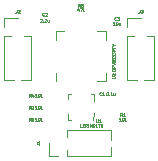
<source format=gto>
%TF.GenerationSoftware,KiCad,Pcbnew,(6.0.9)*%
%TF.CreationDate,2023-01-19T16:03:38-06:00*%
%TF.ProjectId,LIS3MDL_DRV8833_Board,4c495333-4d44-44c5-9f44-525638383333,rev?*%
%TF.SameCoordinates,Original*%
%TF.FileFunction,Legend,Top*%
%TF.FilePolarity,Positive*%
%FSLAX46Y46*%
G04 Gerber Fmt 4.6, Leading zero omitted, Abs format (unit mm)*
G04 Created by KiCad (PCBNEW (6.0.9)) date 2023-01-19 16:03:38*
%MOMM*%
%LPD*%
G01*
G04 APERTURE LIST*
%ADD10C,0.050000*%
%ADD11C,0.120000*%
%ADD12C,0.100000*%
G04 APERTURE END LIST*
D10*
%TO.C,C2*%
X103082333Y-106769285D02*
X103070428Y-106781190D01*
X103034714Y-106793095D01*
X103010904Y-106793095D01*
X102975190Y-106781190D01*
X102951380Y-106757380D01*
X102939476Y-106733571D01*
X102927571Y-106685952D01*
X102927571Y-106650238D01*
X102939476Y-106602619D01*
X102951380Y-106578809D01*
X102975190Y-106555000D01*
X103010904Y-106543095D01*
X103034714Y-106543095D01*
X103070428Y-106555000D01*
X103082333Y-106566904D01*
X103177571Y-106566904D02*
X103189476Y-106555000D01*
X103213285Y-106543095D01*
X103272809Y-106543095D01*
X103296619Y-106555000D01*
X103308523Y-106566904D01*
X103320428Y-106590714D01*
X103320428Y-106614523D01*
X103308523Y-106650238D01*
X103165666Y-106793095D01*
X103320428Y-106793095D01*
X102760904Y-107074904D02*
X102772809Y-107063000D01*
X102796619Y-107051095D01*
X102856142Y-107051095D01*
X102879952Y-107063000D01*
X102891857Y-107074904D01*
X102903761Y-107098714D01*
X102903761Y-107122523D01*
X102891857Y-107158238D01*
X102749000Y-107301095D01*
X102903761Y-107301095D01*
X103010904Y-107277285D02*
X103022809Y-107289190D01*
X103010904Y-107301095D01*
X102999000Y-107289190D01*
X103010904Y-107277285D01*
X103010904Y-107301095D01*
X103118047Y-107074904D02*
X103129952Y-107063000D01*
X103153761Y-107051095D01*
X103213285Y-107051095D01*
X103237095Y-107063000D01*
X103249000Y-107074904D01*
X103260904Y-107098714D01*
X103260904Y-107122523D01*
X103249000Y-107158238D01*
X103106142Y-107301095D01*
X103260904Y-107301095D01*
X103475190Y-107134428D02*
X103475190Y-107301095D01*
X103368047Y-107134428D02*
X103368047Y-107265380D01*
X103379952Y-107289190D01*
X103403761Y-107301095D01*
X103439476Y-107301095D01*
X103463285Y-107289190D01*
X103475190Y-107277285D01*
%TO.C,J2*%
X100754666Y-106289095D02*
X100754666Y-106467666D01*
X100742761Y-106503380D01*
X100718952Y-106527190D01*
X100683238Y-106539095D01*
X100659428Y-106539095D01*
X100861809Y-106312904D02*
X100873714Y-106301000D01*
X100897523Y-106289095D01*
X100957047Y-106289095D01*
X100980857Y-106301000D01*
X100992761Y-106312904D01*
X101004666Y-106336714D01*
X101004666Y-106360523D01*
X100992761Y-106396238D01*
X100849904Y-106539095D01*
X101004666Y-106539095D01*
%TO.C,R1*%
X109686333Y-115302095D02*
X109603000Y-115183047D01*
X109543476Y-115302095D02*
X109543476Y-115052095D01*
X109638714Y-115052095D01*
X109662523Y-115064000D01*
X109674428Y-115075904D01*
X109686333Y-115099714D01*
X109686333Y-115135428D01*
X109674428Y-115159238D01*
X109662523Y-115171142D01*
X109638714Y-115183047D01*
X109543476Y-115183047D01*
X109924428Y-115302095D02*
X109781571Y-115302095D01*
X109853000Y-115302095D02*
X109853000Y-115052095D01*
X109829190Y-115087809D01*
X109805380Y-115111619D01*
X109781571Y-115123523D01*
X109579190Y-115683095D02*
X109436333Y-115683095D01*
X109507761Y-115683095D02*
X109507761Y-115433095D01*
X109483952Y-115468809D01*
X109460142Y-115492619D01*
X109436333Y-115504523D01*
X109733952Y-115433095D02*
X109757761Y-115433095D01*
X109781571Y-115445000D01*
X109793476Y-115456904D01*
X109805380Y-115480714D01*
X109817285Y-115528333D01*
X109817285Y-115587857D01*
X109805380Y-115635476D01*
X109793476Y-115659285D01*
X109781571Y-115671190D01*
X109757761Y-115683095D01*
X109733952Y-115683095D01*
X109710142Y-115671190D01*
X109698238Y-115659285D01*
X109686333Y-115635476D01*
X109674428Y-115587857D01*
X109674428Y-115528333D01*
X109686333Y-115480714D01*
X109698238Y-115456904D01*
X109710142Y-115445000D01*
X109733952Y-115433095D01*
X109924428Y-115683095D02*
X109924428Y-115433095D01*
X109948238Y-115587857D02*
X110019666Y-115683095D01*
X110019666Y-115516428D02*
X109924428Y-115611666D01*
%TO.C,J3*%
X111168666Y-106289095D02*
X111168666Y-106467666D01*
X111156761Y-106503380D01*
X111132952Y-106527190D01*
X111097238Y-106539095D01*
X111073428Y-106539095D01*
X111263904Y-106289095D02*
X111418666Y-106289095D01*
X111335333Y-106384333D01*
X111371047Y-106384333D01*
X111394857Y-106396238D01*
X111406761Y-106408142D01*
X111418666Y-106431952D01*
X111418666Y-106491476D01*
X111406761Y-106515285D01*
X111394857Y-106527190D01*
X111371047Y-106539095D01*
X111299619Y-106539095D01*
X111275809Y-106527190D01*
X111263904Y-106515285D01*
%TO.C,U2*%
X108829095Y-112077476D02*
X109031476Y-112077476D01*
X109055285Y-112065571D01*
X109067190Y-112053666D01*
X109079095Y-112029857D01*
X109079095Y-111982238D01*
X109067190Y-111958428D01*
X109055285Y-111946523D01*
X109031476Y-111934619D01*
X108829095Y-111934619D01*
X108852904Y-111827476D02*
X108841000Y-111815571D01*
X108829095Y-111791761D01*
X108829095Y-111732238D01*
X108841000Y-111708428D01*
X108852904Y-111696523D01*
X108876714Y-111684619D01*
X108900523Y-111684619D01*
X108936238Y-111696523D01*
X109079095Y-111839380D01*
X109079095Y-111684619D01*
X109079095Y-111464190D02*
X108829095Y-111464190D01*
X108829095Y-111404666D01*
X108841000Y-111368952D01*
X108864809Y-111345142D01*
X108888619Y-111333238D01*
X108936238Y-111321333D01*
X108971952Y-111321333D01*
X109019571Y-111333238D01*
X109043380Y-111345142D01*
X109067190Y-111368952D01*
X109079095Y-111404666D01*
X109079095Y-111464190D01*
X109079095Y-111071333D02*
X108960047Y-111154666D01*
X109079095Y-111214190D02*
X108829095Y-111214190D01*
X108829095Y-111118952D01*
X108841000Y-111095142D01*
X108852904Y-111083238D01*
X108876714Y-111071333D01*
X108912428Y-111071333D01*
X108936238Y-111083238D01*
X108948142Y-111095142D01*
X108960047Y-111118952D01*
X108960047Y-111214190D01*
X108829095Y-110999904D02*
X109079095Y-110916571D01*
X108829095Y-110833238D01*
X108936238Y-110714190D02*
X108924333Y-110738000D01*
X108912428Y-110749904D01*
X108888619Y-110761809D01*
X108876714Y-110761809D01*
X108852904Y-110749904D01*
X108841000Y-110738000D01*
X108829095Y-110714190D01*
X108829095Y-110666571D01*
X108841000Y-110642761D01*
X108852904Y-110630857D01*
X108876714Y-110618952D01*
X108888619Y-110618952D01*
X108912428Y-110630857D01*
X108924333Y-110642761D01*
X108936238Y-110666571D01*
X108936238Y-110714190D01*
X108948142Y-110738000D01*
X108960047Y-110749904D01*
X108983857Y-110761809D01*
X109031476Y-110761809D01*
X109055285Y-110749904D01*
X109067190Y-110738000D01*
X109079095Y-110714190D01*
X109079095Y-110666571D01*
X109067190Y-110642761D01*
X109055285Y-110630857D01*
X109031476Y-110618952D01*
X108983857Y-110618952D01*
X108960047Y-110630857D01*
X108948142Y-110642761D01*
X108936238Y-110666571D01*
X108936238Y-110476095D02*
X108924333Y-110499904D01*
X108912428Y-110511809D01*
X108888619Y-110523714D01*
X108876714Y-110523714D01*
X108852904Y-110511809D01*
X108841000Y-110499904D01*
X108829095Y-110476095D01*
X108829095Y-110428476D01*
X108841000Y-110404666D01*
X108852904Y-110392761D01*
X108876714Y-110380857D01*
X108888619Y-110380857D01*
X108912428Y-110392761D01*
X108924333Y-110404666D01*
X108936238Y-110428476D01*
X108936238Y-110476095D01*
X108948142Y-110499904D01*
X108960047Y-110511809D01*
X108983857Y-110523714D01*
X109031476Y-110523714D01*
X109055285Y-110511809D01*
X109067190Y-110499904D01*
X109079095Y-110476095D01*
X109079095Y-110428476D01*
X109067190Y-110404666D01*
X109055285Y-110392761D01*
X109031476Y-110380857D01*
X108983857Y-110380857D01*
X108960047Y-110392761D01*
X108948142Y-110404666D01*
X108936238Y-110428476D01*
X108829095Y-110297523D02*
X108829095Y-110142761D01*
X108924333Y-110226095D01*
X108924333Y-110190380D01*
X108936238Y-110166571D01*
X108948142Y-110154666D01*
X108971952Y-110142761D01*
X109031476Y-110142761D01*
X109055285Y-110154666D01*
X109067190Y-110166571D01*
X109079095Y-110190380D01*
X109079095Y-110261809D01*
X109067190Y-110285619D01*
X109055285Y-110297523D01*
X108829095Y-110059428D02*
X108829095Y-109904666D01*
X108924333Y-109988000D01*
X108924333Y-109952285D01*
X108936238Y-109928476D01*
X108948142Y-109916571D01*
X108971952Y-109904666D01*
X109031476Y-109904666D01*
X109055285Y-109916571D01*
X109067190Y-109928476D01*
X109079095Y-109952285D01*
X109079095Y-110023714D01*
X109067190Y-110047523D01*
X109055285Y-110059428D01*
X109079095Y-109654666D02*
X108960047Y-109738000D01*
X109079095Y-109797523D02*
X108829095Y-109797523D01*
X108829095Y-109702285D01*
X108841000Y-109678476D01*
X108852904Y-109666571D01*
X108876714Y-109654666D01*
X108912428Y-109654666D01*
X108936238Y-109666571D01*
X108948142Y-109678476D01*
X108960047Y-109702285D01*
X108960047Y-109797523D01*
X108829095Y-109583238D02*
X108829095Y-109440380D01*
X109079095Y-109511809D02*
X108829095Y-109511809D01*
X108960047Y-109309428D02*
X109079095Y-109309428D01*
X108829095Y-109392761D02*
X108960047Y-109309428D01*
X108829095Y-109226095D01*
%TO.C,C1*%
X107908333Y-113500285D02*
X107896428Y-113512190D01*
X107860714Y-113524095D01*
X107836904Y-113524095D01*
X107801190Y-113512190D01*
X107777380Y-113488380D01*
X107765476Y-113464571D01*
X107753571Y-113416952D01*
X107753571Y-113381238D01*
X107765476Y-113333619D01*
X107777380Y-113309809D01*
X107801190Y-113286000D01*
X107836904Y-113274095D01*
X107860714Y-113274095D01*
X107896428Y-113286000D01*
X107908333Y-113297904D01*
X108146428Y-113524095D02*
X108003571Y-113524095D01*
X108075000Y-113524095D02*
X108075000Y-113274095D01*
X108051190Y-113309809D01*
X108027380Y-113333619D01*
X108003571Y-113345523D01*
X108408428Y-113274095D02*
X108432238Y-113274095D01*
X108456047Y-113286000D01*
X108467952Y-113297904D01*
X108479857Y-113321714D01*
X108491761Y-113369333D01*
X108491761Y-113428857D01*
X108479857Y-113476476D01*
X108467952Y-113500285D01*
X108456047Y-113512190D01*
X108432238Y-113524095D01*
X108408428Y-113524095D01*
X108384619Y-113512190D01*
X108372714Y-113500285D01*
X108360809Y-113476476D01*
X108348904Y-113428857D01*
X108348904Y-113369333D01*
X108360809Y-113321714D01*
X108372714Y-113297904D01*
X108384619Y-113286000D01*
X108408428Y-113274095D01*
X108598904Y-113500285D02*
X108610809Y-113512190D01*
X108598904Y-113524095D01*
X108587000Y-113512190D01*
X108598904Y-113500285D01*
X108598904Y-113524095D01*
X108848904Y-113524095D02*
X108706047Y-113524095D01*
X108777476Y-113524095D02*
X108777476Y-113274095D01*
X108753666Y-113309809D01*
X108729857Y-113333619D01*
X108706047Y-113345523D01*
X109063190Y-113357428D02*
X109063190Y-113524095D01*
X108956047Y-113357428D02*
X108956047Y-113488380D01*
X108967952Y-113512190D01*
X108991761Y-113524095D01*
X109027476Y-113524095D01*
X109051285Y-113512190D01*
X109063190Y-113500285D01*
%TO.C,R2*%
X101939333Y-114667095D02*
X101856000Y-114548047D01*
X101796476Y-114667095D02*
X101796476Y-114417095D01*
X101891714Y-114417095D01*
X101915523Y-114429000D01*
X101927428Y-114440904D01*
X101939333Y-114464714D01*
X101939333Y-114500428D01*
X101927428Y-114524238D01*
X101915523Y-114536142D01*
X101891714Y-114548047D01*
X101796476Y-114548047D01*
X102034571Y-114440904D02*
X102046476Y-114429000D01*
X102070285Y-114417095D01*
X102129809Y-114417095D01*
X102153619Y-114429000D01*
X102165523Y-114440904D01*
X102177428Y-114464714D01*
X102177428Y-114488523D01*
X102165523Y-114524238D01*
X102022666Y-114667095D01*
X102177428Y-114667095D01*
X102467190Y-114667095D02*
X102324333Y-114667095D01*
X102395761Y-114667095D02*
X102395761Y-114417095D01*
X102371952Y-114452809D01*
X102348142Y-114476619D01*
X102324333Y-114488523D01*
X102621952Y-114417095D02*
X102645761Y-114417095D01*
X102669571Y-114429000D01*
X102681476Y-114440904D01*
X102693380Y-114464714D01*
X102705285Y-114512333D01*
X102705285Y-114571857D01*
X102693380Y-114619476D01*
X102681476Y-114643285D01*
X102669571Y-114655190D01*
X102645761Y-114667095D01*
X102621952Y-114667095D01*
X102598142Y-114655190D01*
X102586238Y-114643285D01*
X102574333Y-114619476D01*
X102562428Y-114571857D01*
X102562428Y-114512333D01*
X102574333Y-114464714D01*
X102586238Y-114440904D01*
X102598142Y-114429000D01*
X102621952Y-114417095D01*
X102812428Y-114667095D02*
X102812428Y-114417095D01*
X102836238Y-114571857D02*
X102907666Y-114667095D01*
X102907666Y-114500428D02*
X102812428Y-114595666D01*
%TO.C,R4*%
X101939333Y-113651095D02*
X101856000Y-113532047D01*
X101796476Y-113651095D02*
X101796476Y-113401095D01*
X101891714Y-113401095D01*
X101915523Y-113413000D01*
X101927428Y-113424904D01*
X101939333Y-113448714D01*
X101939333Y-113484428D01*
X101927428Y-113508238D01*
X101915523Y-113520142D01*
X101891714Y-113532047D01*
X101796476Y-113532047D01*
X102153619Y-113484428D02*
X102153619Y-113651095D01*
X102094095Y-113389190D02*
X102034571Y-113567761D01*
X102189333Y-113567761D01*
X102467190Y-113651095D02*
X102324333Y-113651095D01*
X102395761Y-113651095D02*
X102395761Y-113401095D01*
X102371952Y-113436809D01*
X102348142Y-113460619D01*
X102324333Y-113472523D01*
X102621952Y-113401095D02*
X102645761Y-113401095D01*
X102669571Y-113413000D01*
X102681476Y-113424904D01*
X102693380Y-113448714D01*
X102705285Y-113496333D01*
X102705285Y-113555857D01*
X102693380Y-113603476D01*
X102681476Y-113627285D01*
X102669571Y-113639190D01*
X102645761Y-113651095D01*
X102621952Y-113651095D01*
X102598142Y-113639190D01*
X102586238Y-113627285D01*
X102574333Y-113603476D01*
X102562428Y-113555857D01*
X102562428Y-113496333D01*
X102574333Y-113448714D01*
X102586238Y-113424904D01*
X102598142Y-113413000D01*
X102621952Y-113401095D01*
X102812428Y-113651095D02*
X102812428Y-113401095D01*
X102836238Y-113555857D02*
X102907666Y-113651095D01*
X102907666Y-113484428D02*
X102812428Y-113579666D01*
%TO.C,J1*%
X102440095Y-117685333D02*
X102618666Y-117685333D01*
X102654380Y-117697238D01*
X102678190Y-117721047D01*
X102690095Y-117756761D01*
X102690095Y-117780571D01*
X102690095Y-117435333D02*
X102690095Y-117578190D01*
X102690095Y-117506761D02*
X102440095Y-117506761D01*
X102475809Y-117530571D01*
X102499619Y-117554380D01*
X102511523Y-117578190D01*
%TO.C,R3*%
X101939333Y-115683095D02*
X101856000Y-115564047D01*
X101796476Y-115683095D02*
X101796476Y-115433095D01*
X101891714Y-115433095D01*
X101915523Y-115445000D01*
X101927428Y-115456904D01*
X101939333Y-115480714D01*
X101939333Y-115516428D01*
X101927428Y-115540238D01*
X101915523Y-115552142D01*
X101891714Y-115564047D01*
X101796476Y-115564047D01*
X102022666Y-115433095D02*
X102177428Y-115433095D01*
X102094095Y-115528333D01*
X102129809Y-115528333D01*
X102153619Y-115540238D01*
X102165523Y-115552142D01*
X102177428Y-115575952D01*
X102177428Y-115635476D01*
X102165523Y-115659285D01*
X102153619Y-115671190D01*
X102129809Y-115683095D01*
X102058380Y-115683095D01*
X102034571Y-115671190D01*
X102022666Y-115659285D01*
X102467190Y-115683095D02*
X102324333Y-115683095D01*
X102395761Y-115683095D02*
X102395761Y-115433095D01*
X102371952Y-115468809D01*
X102348142Y-115492619D01*
X102324333Y-115504523D01*
X102621952Y-115433095D02*
X102645761Y-115433095D01*
X102669571Y-115445000D01*
X102681476Y-115456904D01*
X102693380Y-115480714D01*
X102705285Y-115528333D01*
X102705285Y-115587857D01*
X102693380Y-115635476D01*
X102681476Y-115659285D01*
X102669571Y-115671190D01*
X102645761Y-115683095D01*
X102621952Y-115683095D01*
X102598142Y-115671190D01*
X102586238Y-115659285D01*
X102574333Y-115635476D01*
X102562428Y-115587857D01*
X102562428Y-115528333D01*
X102574333Y-115480714D01*
X102586238Y-115456904D01*
X102598142Y-115445000D01*
X102621952Y-115433095D01*
X102812428Y-115683095D02*
X102812428Y-115433095D01*
X102836238Y-115587857D02*
X102907666Y-115683095D01*
X102907666Y-115516428D02*
X102812428Y-115611666D01*
%TO.C,R5*%
X106130333Y-106031095D02*
X106047000Y-105912047D01*
X105987476Y-106031095D02*
X105987476Y-105781095D01*
X106082714Y-105781095D01*
X106106523Y-105793000D01*
X106118428Y-105804904D01*
X106130333Y-105828714D01*
X106130333Y-105864428D01*
X106118428Y-105888238D01*
X106106523Y-105900142D01*
X106082714Y-105912047D01*
X105987476Y-105912047D01*
X106356523Y-105781095D02*
X106237476Y-105781095D01*
X106225571Y-105900142D01*
X106237476Y-105888238D01*
X106261285Y-105876333D01*
X106320809Y-105876333D01*
X106344619Y-105888238D01*
X106356523Y-105900142D01*
X106368428Y-105923952D01*
X106368428Y-105983476D01*
X106356523Y-106007285D01*
X106344619Y-106019190D01*
X106320809Y-106031095D01*
X106261285Y-106031095D01*
X106237476Y-106019190D01*
X106225571Y-106007285D01*
X105999380Y-106245428D02*
X105999380Y-106412095D01*
X105939857Y-106150190D02*
X105880333Y-106328761D01*
X106035095Y-106328761D01*
X106106523Y-106162095D02*
X106273190Y-106162095D01*
X106166047Y-106412095D01*
X106368428Y-106412095D02*
X106368428Y-106162095D01*
X106392238Y-106316857D02*
X106463666Y-106412095D01*
X106463666Y-106245428D02*
X106368428Y-106340666D01*
%TO.C,C3*%
X109178333Y-107150285D02*
X109166428Y-107162190D01*
X109130714Y-107174095D01*
X109106904Y-107174095D01*
X109071190Y-107162190D01*
X109047380Y-107138380D01*
X109035476Y-107114571D01*
X109023571Y-107066952D01*
X109023571Y-107031238D01*
X109035476Y-106983619D01*
X109047380Y-106959809D01*
X109071190Y-106936000D01*
X109106904Y-106924095D01*
X109130714Y-106924095D01*
X109166428Y-106936000D01*
X109178333Y-106947904D01*
X109261666Y-106924095D02*
X109416428Y-106924095D01*
X109333095Y-107019333D01*
X109368809Y-107019333D01*
X109392619Y-107031238D01*
X109404523Y-107043142D01*
X109416428Y-107066952D01*
X109416428Y-107126476D01*
X109404523Y-107150285D01*
X109392619Y-107162190D01*
X109368809Y-107174095D01*
X109297380Y-107174095D01*
X109273571Y-107162190D01*
X109261666Y-107150285D01*
X109059285Y-107555095D02*
X108916428Y-107555095D01*
X108987857Y-107555095D02*
X108987857Y-107305095D01*
X108964047Y-107340809D01*
X108940238Y-107364619D01*
X108916428Y-107376523D01*
X109214047Y-107305095D02*
X109237857Y-107305095D01*
X109261666Y-107317000D01*
X109273571Y-107328904D01*
X109285476Y-107352714D01*
X109297380Y-107400333D01*
X109297380Y-107459857D01*
X109285476Y-107507476D01*
X109273571Y-107531285D01*
X109261666Y-107543190D01*
X109237857Y-107555095D01*
X109214047Y-107555095D01*
X109190238Y-107543190D01*
X109178333Y-107531285D01*
X109166428Y-107507476D01*
X109154523Y-107459857D01*
X109154523Y-107400333D01*
X109166428Y-107352714D01*
X109178333Y-107328904D01*
X109190238Y-107317000D01*
X109214047Y-107305095D01*
X109404523Y-107388428D02*
X109404523Y-107555095D01*
X109404523Y-107412238D02*
X109416428Y-107400333D01*
X109440238Y-107388428D01*
X109475952Y-107388428D01*
X109499761Y-107400333D01*
X109511666Y-107424142D01*
X109511666Y-107555095D01*
%TO.C,U1*%
X107505523Y-115560095D02*
X107505523Y-115762476D01*
X107517428Y-115786285D01*
X107529333Y-115798190D01*
X107553142Y-115810095D01*
X107600761Y-115810095D01*
X107624571Y-115798190D01*
X107636476Y-115786285D01*
X107648380Y-115762476D01*
X107648380Y-115560095D01*
X107898380Y-115810095D02*
X107755523Y-115810095D01*
X107826952Y-115810095D02*
X107826952Y-115560095D01*
X107803142Y-115595809D01*
X107779333Y-115619619D01*
X107755523Y-115631523D01*
X106251476Y-116191095D02*
X106132428Y-116191095D01*
X106132428Y-115941095D01*
X106334809Y-116191095D02*
X106334809Y-115941095D01*
X106441952Y-116179190D02*
X106477666Y-116191095D01*
X106537190Y-116191095D01*
X106561000Y-116179190D01*
X106572904Y-116167285D01*
X106584809Y-116143476D01*
X106584809Y-116119666D01*
X106572904Y-116095857D01*
X106561000Y-116083952D01*
X106537190Y-116072047D01*
X106489571Y-116060142D01*
X106465761Y-116048238D01*
X106453857Y-116036333D01*
X106441952Y-116012523D01*
X106441952Y-115988714D01*
X106453857Y-115964904D01*
X106465761Y-115953000D01*
X106489571Y-115941095D01*
X106549095Y-115941095D01*
X106584809Y-115953000D01*
X106668142Y-115941095D02*
X106822904Y-115941095D01*
X106739571Y-116036333D01*
X106775285Y-116036333D01*
X106799095Y-116048238D01*
X106811000Y-116060142D01*
X106822904Y-116083952D01*
X106822904Y-116143476D01*
X106811000Y-116167285D01*
X106799095Y-116179190D01*
X106775285Y-116191095D01*
X106703857Y-116191095D01*
X106680047Y-116179190D01*
X106668142Y-116167285D01*
X106930047Y-116191095D02*
X106930047Y-115941095D01*
X107013380Y-116119666D01*
X107096714Y-115941095D01*
X107096714Y-116191095D01*
X107215761Y-116191095D02*
X107215761Y-115941095D01*
X107275285Y-115941095D01*
X107311000Y-115953000D01*
X107334809Y-115976809D01*
X107346714Y-116000619D01*
X107358619Y-116048238D01*
X107358619Y-116083952D01*
X107346714Y-116131571D01*
X107334809Y-116155380D01*
X107311000Y-116179190D01*
X107275285Y-116191095D01*
X107215761Y-116191095D01*
X107584809Y-116191095D02*
X107465761Y-116191095D01*
X107465761Y-115941095D01*
X107632428Y-115941095D02*
X107775285Y-115941095D01*
X107703857Y-116191095D02*
X107703857Y-115941095D01*
X108001476Y-116191095D02*
X107918142Y-116072047D01*
X107858619Y-116191095D02*
X107858619Y-115941095D01*
X107953857Y-115941095D01*
X107977666Y-115953000D01*
X107989571Y-115964904D01*
X108001476Y-115988714D01*
X108001476Y-116024428D01*
X107989571Y-116048238D01*
X107977666Y-116060142D01*
X107953857Y-116072047D01*
X107858619Y-116072047D01*
D11*
%TO.C,J2*%
X99728000Y-106974000D02*
X100838000Y-106974000D01*
X101948000Y-108494000D02*
X101948000Y-112239000D01*
X101401471Y-108494000D02*
X101948000Y-108494000D01*
X99728000Y-108494000D02*
X100274529Y-108494000D01*
X99728000Y-107734000D02*
X99728000Y-106974000D01*
X101145530Y-112239000D02*
X101948000Y-112239000D01*
X99728000Y-112239000D02*
X100530470Y-112239000D01*
X99728000Y-108494000D02*
X99728000Y-112239000D01*
%TO.C,J3*%
X110142000Y-106974000D02*
X111252000Y-106974000D01*
X110142000Y-108494000D02*
X110142000Y-112239000D01*
X110142000Y-108494000D02*
X110688529Y-108494000D01*
X111815471Y-108494000D02*
X112362000Y-108494000D01*
X110142000Y-112239000D02*
X110944470Y-112239000D01*
X110142000Y-107734000D02*
X110142000Y-106974000D01*
X111559530Y-112239000D02*
X112362000Y-112239000D01*
X112362000Y-108494000D02*
X112362000Y-112239000D01*
%TO.C,U2*%
X108282000Y-111646000D02*
X108282000Y-112346000D01*
X104062000Y-108126000D02*
X104762000Y-108126000D01*
X108282000Y-108126000D02*
X107582000Y-108126000D01*
X108282000Y-112346000D02*
X107582000Y-112346000D01*
X108282000Y-108826000D02*
X108282000Y-108126000D01*
X104062000Y-108826000D02*
X104062000Y-108126000D01*
X104062000Y-111646000D02*
X104062000Y-112346000D01*
%TO.C,J1*%
X108777000Y-118712000D02*
X108777000Y-117909530D01*
X105032000Y-118712000D02*
X108777000Y-118712000D01*
X105032000Y-117038529D02*
X105032000Y-116492000D01*
X104272000Y-118712000D02*
X103512000Y-118712000D01*
X103512000Y-118712000D02*
X103512000Y-117602000D01*
X108777000Y-117294470D02*
X108777000Y-116492000D01*
X105032000Y-118712000D02*
X105032000Y-118165471D01*
X105032000Y-116492000D02*
X108777000Y-116492000D01*
D12*
%TO.C,U1*%
X107022000Y-113454000D02*
X107272000Y-113454000D01*
X107272000Y-115304000D02*
X107272000Y-115004000D01*
X107272000Y-113454000D02*
X107272000Y-114054000D01*
X105322000Y-113454000D02*
X105072000Y-113454000D01*
X107222000Y-115354000D02*
X107272000Y-115304000D01*
X107222000Y-115604000D02*
X107222000Y-115354000D01*
X105072000Y-115654000D02*
X105072000Y-115154000D01*
X105072000Y-113454000D02*
X105072000Y-113854000D01*
X105372000Y-115654000D02*
X105072000Y-115654000D01*
%TD*%
M02*

</source>
